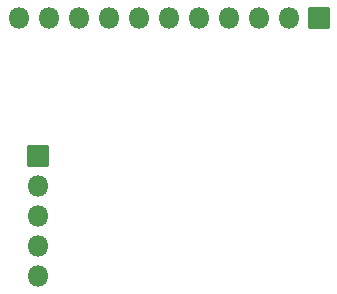
<source format=gbr>
%TF.GenerationSoftware,KiCad,Pcbnew,(6.0.7)*%
%TF.CreationDate,2023-07-12T23:11:51-05:00*%
%TF.ProjectId,UKDAQ,554b4441-512e-46b6-9963-61645f706362,rev?*%
%TF.SameCoordinates,Original*%
%TF.FileFunction,Soldermask,Bot*%
%TF.FilePolarity,Negative*%
%FSLAX46Y46*%
G04 Gerber Fmt 4.6, Leading zero omitted, Abs format (unit mm)*
G04 Created by KiCad (PCBNEW (6.0.7)) date 2023-07-12 23:11:51*
%MOMM*%
%LPD*%
G01*
G04 APERTURE LIST*
G04 Aperture macros list*
%AMRoundRect*
0 Rectangle with rounded corners*
0 $1 Rounding radius*
0 $2 $3 $4 $5 $6 $7 $8 $9 X,Y pos of 4 corners*
0 Add a 4 corners polygon primitive as box body*
4,1,4,$2,$3,$4,$5,$6,$7,$8,$9,$2,$3,0*
0 Add four circle primitives for the rounded corners*
1,1,$1+$1,$2,$3*
1,1,$1+$1,$4,$5*
1,1,$1+$1,$6,$7*
1,1,$1+$1,$8,$9*
0 Add four rect primitives between the rounded corners*
20,1,$1+$1,$2,$3,$4,$5,0*
20,1,$1+$1,$4,$5,$6,$7,0*
20,1,$1+$1,$6,$7,$8,$9,0*
20,1,$1+$1,$8,$9,$2,$3,0*%
G04 Aperture macros list end*
%ADD10RoundRect,0.050800X-0.850000X-0.850000X0.850000X-0.850000X0.850000X0.850000X-0.850000X0.850000X0*%
%ADD11O,1.801600X1.801600*%
%ADD12RoundRect,0.050800X-0.850000X0.850000X-0.850000X-0.850000X0.850000X-0.850000X0.850000X0.850000X0*%
G04 APERTURE END LIST*
D10*
%TO.C,J1*%
X86000000Y-102925000D03*
D11*
X86000000Y-105465000D03*
X86000000Y-108005000D03*
X86000000Y-110545000D03*
X86000000Y-113085000D03*
%TD*%
D12*
%TO.C,J2*%
X109728000Y-91186000D03*
D11*
X107188000Y-91186000D03*
X104648000Y-91186000D03*
X102108000Y-91186000D03*
X99568000Y-91186000D03*
X97028000Y-91186000D03*
X94488000Y-91186000D03*
X91948000Y-91186000D03*
X89408000Y-91186000D03*
X86868000Y-91186000D03*
X84328000Y-91186000D03*
%TD*%
M02*

</source>
